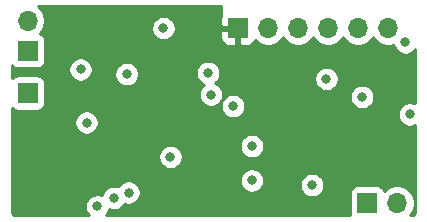
<source format=gbr>
G04 #@! TF.GenerationSoftware,KiCad,Pcbnew,(5.1.5)-3*
G04 #@! TF.CreationDate,2020-07-02T11:34:45+10:00*
G04 #@! TF.ProjectId,Heterodyne,48657465-726f-4647-996e-652e6b696361,rev?*
G04 #@! TF.SameCoordinates,Original*
G04 #@! TF.FileFunction,Copper,L3,Inr*
G04 #@! TF.FilePolarity,Positive*
%FSLAX46Y46*%
G04 Gerber Fmt 4.6, Leading zero omitted, Abs format (unit mm)*
G04 Created by KiCad (PCBNEW (5.1.5)-3) date 2020-07-02 11:34:45*
%MOMM*%
%LPD*%
G04 APERTURE LIST*
%ADD10O,1.700000X1.700000*%
%ADD11R,1.700000X1.700000*%
%ADD12C,0.800000*%
%ADD13C,0.254000*%
G04 APERTURE END LIST*
D10*
X136020000Y-49500000D03*
X133480000Y-49500000D03*
X130940000Y-49500000D03*
X128400000Y-49500000D03*
X125860000Y-49500000D03*
D11*
X123320000Y-49500000D03*
X105500000Y-55000000D03*
X105500000Y-51400000D03*
D10*
X105500000Y-48860000D03*
X136800000Y-64300000D03*
D11*
X134260000Y-64300000D03*
D12*
X110000000Y-53000000D03*
X110500000Y-57500000D03*
X137875000Y-56800000D03*
X133823897Y-55323897D03*
X130800000Y-53800000D03*
X124500000Y-59500000D03*
X117600000Y-60400000D03*
X129600000Y-62800000D03*
X120800000Y-53299996D03*
X113900000Y-53400000D03*
X122500000Y-64500000D03*
X117600000Y-64900000D03*
X128400000Y-60550000D03*
X115700000Y-49500000D03*
X137500000Y-50700000D03*
X124500000Y-62400000D03*
X114055553Y-63419447D03*
X112800000Y-63874990D03*
X122900000Y-56100000D03*
X121032641Y-55132641D03*
X111400000Y-64600000D03*
X117000000Y-49500000D03*
D13*
G36*
X121873000Y-48430538D02*
G01*
X121844188Y-48525518D01*
X121831928Y-48650000D01*
X121835000Y-49214250D01*
X121993750Y-49373000D01*
X123193000Y-49373000D01*
X123193000Y-49353000D01*
X123447000Y-49353000D01*
X123447000Y-49373000D01*
X123467000Y-49373000D01*
X123467000Y-49627000D01*
X123447000Y-49627000D01*
X123447000Y-50826250D01*
X123605750Y-50985000D01*
X124170000Y-50988072D01*
X124294482Y-50975812D01*
X124414180Y-50939502D01*
X124524494Y-50880537D01*
X124621185Y-50801185D01*
X124700537Y-50704494D01*
X124759502Y-50594180D01*
X124781513Y-50521620D01*
X124913368Y-50653475D01*
X125156589Y-50815990D01*
X125426842Y-50927932D01*
X125713740Y-50985000D01*
X126006260Y-50985000D01*
X126293158Y-50927932D01*
X126563411Y-50815990D01*
X126806632Y-50653475D01*
X127013475Y-50446632D01*
X127130000Y-50272240D01*
X127246525Y-50446632D01*
X127453368Y-50653475D01*
X127696589Y-50815990D01*
X127966842Y-50927932D01*
X128253740Y-50985000D01*
X128546260Y-50985000D01*
X128833158Y-50927932D01*
X129103411Y-50815990D01*
X129346632Y-50653475D01*
X129553475Y-50446632D01*
X129670000Y-50272240D01*
X129786525Y-50446632D01*
X129993368Y-50653475D01*
X130236589Y-50815990D01*
X130506842Y-50927932D01*
X130793740Y-50985000D01*
X131086260Y-50985000D01*
X131373158Y-50927932D01*
X131643411Y-50815990D01*
X131886632Y-50653475D01*
X132093475Y-50446632D01*
X132210000Y-50272240D01*
X132326525Y-50446632D01*
X132533368Y-50653475D01*
X132776589Y-50815990D01*
X133046842Y-50927932D01*
X133333740Y-50985000D01*
X133626260Y-50985000D01*
X133913158Y-50927932D01*
X134183411Y-50815990D01*
X134426632Y-50653475D01*
X134633475Y-50446632D01*
X134750000Y-50272240D01*
X134866525Y-50446632D01*
X135073368Y-50653475D01*
X135316589Y-50815990D01*
X135586842Y-50927932D01*
X135873740Y-50985000D01*
X136166260Y-50985000D01*
X136453158Y-50927932D01*
X136487252Y-50913810D01*
X136504774Y-51001898D01*
X136582795Y-51190256D01*
X136696063Y-51359774D01*
X136840226Y-51503937D01*
X137009744Y-51617205D01*
X137198102Y-51695226D01*
X137398061Y-51735000D01*
X137601939Y-51735000D01*
X137801898Y-51695226D01*
X137990256Y-51617205D01*
X138159774Y-51503937D01*
X138303937Y-51359774D01*
X138340001Y-51305801D01*
X138340001Y-55872334D01*
X138176898Y-55804774D01*
X137976939Y-55765000D01*
X137773061Y-55765000D01*
X137573102Y-55804774D01*
X137384744Y-55882795D01*
X137215226Y-55996063D01*
X137071063Y-56140226D01*
X136957795Y-56309744D01*
X136879774Y-56498102D01*
X136840000Y-56698061D01*
X136840000Y-56901939D01*
X136879774Y-57101898D01*
X136957795Y-57290256D01*
X137071063Y-57459774D01*
X137215226Y-57603937D01*
X137384744Y-57717205D01*
X137573102Y-57795226D01*
X137773061Y-57835000D01*
X137976939Y-57835000D01*
X138176898Y-57795226D01*
X138340000Y-57727666D01*
X138340000Y-64967721D01*
X138330420Y-65065424D01*
X138311420Y-65128357D01*
X138280554Y-65186406D01*
X138239011Y-65237343D01*
X138188356Y-65279248D01*
X138130529Y-65310515D01*
X138067728Y-65329956D01*
X137972165Y-65340000D01*
X137860107Y-65340000D01*
X137953475Y-65246632D01*
X138115990Y-65003411D01*
X138227932Y-64733158D01*
X138285000Y-64446260D01*
X138285000Y-64153740D01*
X138227932Y-63866842D01*
X138115990Y-63596589D01*
X137953475Y-63353368D01*
X137746632Y-63146525D01*
X137503411Y-62984010D01*
X137233158Y-62872068D01*
X136946260Y-62815000D01*
X136653740Y-62815000D01*
X136366842Y-62872068D01*
X136096589Y-62984010D01*
X135853368Y-63146525D01*
X135721513Y-63278380D01*
X135699502Y-63205820D01*
X135640537Y-63095506D01*
X135561185Y-62998815D01*
X135464494Y-62919463D01*
X135354180Y-62860498D01*
X135234482Y-62824188D01*
X135110000Y-62811928D01*
X133410000Y-62811928D01*
X133285518Y-62824188D01*
X133165820Y-62860498D01*
X133055506Y-62919463D01*
X132958815Y-62998815D01*
X132879463Y-63095506D01*
X132820498Y-63205820D01*
X132784188Y-63325518D01*
X132771928Y-63450000D01*
X132771928Y-65150000D01*
X132784188Y-65274482D01*
X132804063Y-65340000D01*
X112123711Y-65340000D01*
X112203937Y-65259774D01*
X112317205Y-65090256D01*
X112395226Y-64901898D01*
X112408879Y-64833258D01*
X112498102Y-64870216D01*
X112698061Y-64909990D01*
X112901939Y-64909990D01*
X113101898Y-64870216D01*
X113290256Y-64792195D01*
X113459774Y-64678927D01*
X113603937Y-64534764D01*
X113699240Y-64392133D01*
X113753655Y-64414673D01*
X113953614Y-64454447D01*
X114157492Y-64454447D01*
X114357451Y-64414673D01*
X114545809Y-64336652D01*
X114715327Y-64223384D01*
X114859490Y-64079221D01*
X114972758Y-63909703D01*
X115050779Y-63721345D01*
X115090553Y-63521386D01*
X115090553Y-63317508D01*
X115050779Y-63117549D01*
X114972758Y-62929191D01*
X114859490Y-62759673D01*
X114715327Y-62615510D01*
X114545809Y-62502242D01*
X114357451Y-62424221D01*
X114157492Y-62384447D01*
X113953614Y-62384447D01*
X113753655Y-62424221D01*
X113565297Y-62502242D01*
X113395779Y-62615510D01*
X113251616Y-62759673D01*
X113156313Y-62902304D01*
X113101898Y-62879764D01*
X112901939Y-62839990D01*
X112698061Y-62839990D01*
X112498102Y-62879764D01*
X112309744Y-62957785D01*
X112140226Y-63071053D01*
X111996063Y-63215216D01*
X111882795Y-63384734D01*
X111804774Y-63573092D01*
X111791121Y-63641732D01*
X111701898Y-63604774D01*
X111501939Y-63565000D01*
X111298061Y-63565000D01*
X111098102Y-63604774D01*
X110909744Y-63682795D01*
X110740226Y-63796063D01*
X110596063Y-63940226D01*
X110482795Y-64109744D01*
X110404774Y-64298102D01*
X110365000Y-64498061D01*
X110365000Y-64701939D01*
X110404774Y-64901898D01*
X110482795Y-65090256D01*
X110596063Y-65259774D01*
X110676289Y-65340000D01*
X104532279Y-65340000D01*
X104434576Y-65330420D01*
X104371643Y-65311420D01*
X104313594Y-65280554D01*
X104262657Y-65239011D01*
X104220752Y-65188356D01*
X104189485Y-65130529D01*
X104170044Y-65067728D01*
X104160000Y-64972165D01*
X104160000Y-62298061D01*
X123465000Y-62298061D01*
X123465000Y-62501939D01*
X123504774Y-62701898D01*
X123582795Y-62890256D01*
X123696063Y-63059774D01*
X123840226Y-63203937D01*
X124009744Y-63317205D01*
X124198102Y-63395226D01*
X124398061Y-63435000D01*
X124601939Y-63435000D01*
X124801898Y-63395226D01*
X124990256Y-63317205D01*
X125159774Y-63203937D01*
X125303937Y-63059774D01*
X125417205Y-62890256D01*
X125495226Y-62701898D01*
X125495989Y-62698061D01*
X128565000Y-62698061D01*
X128565000Y-62901939D01*
X128604774Y-63101898D01*
X128682795Y-63290256D01*
X128796063Y-63459774D01*
X128940226Y-63603937D01*
X129109744Y-63717205D01*
X129298102Y-63795226D01*
X129498061Y-63835000D01*
X129701939Y-63835000D01*
X129901898Y-63795226D01*
X130090256Y-63717205D01*
X130259774Y-63603937D01*
X130403937Y-63459774D01*
X130517205Y-63290256D01*
X130595226Y-63101898D01*
X130635000Y-62901939D01*
X130635000Y-62698061D01*
X130595226Y-62498102D01*
X130517205Y-62309744D01*
X130403937Y-62140226D01*
X130259774Y-61996063D01*
X130090256Y-61882795D01*
X129901898Y-61804774D01*
X129701939Y-61765000D01*
X129498061Y-61765000D01*
X129298102Y-61804774D01*
X129109744Y-61882795D01*
X128940226Y-61996063D01*
X128796063Y-62140226D01*
X128682795Y-62309744D01*
X128604774Y-62498102D01*
X128565000Y-62698061D01*
X125495989Y-62698061D01*
X125535000Y-62501939D01*
X125535000Y-62298061D01*
X125495226Y-62098102D01*
X125417205Y-61909744D01*
X125303937Y-61740226D01*
X125159774Y-61596063D01*
X124990256Y-61482795D01*
X124801898Y-61404774D01*
X124601939Y-61365000D01*
X124398061Y-61365000D01*
X124198102Y-61404774D01*
X124009744Y-61482795D01*
X123840226Y-61596063D01*
X123696063Y-61740226D01*
X123582795Y-61909744D01*
X123504774Y-62098102D01*
X123465000Y-62298061D01*
X104160000Y-62298061D01*
X104160000Y-60298061D01*
X116565000Y-60298061D01*
X116565000Y-60501939D01*
X116604774Y-60701898D01*
X116682795Y-60890256D01*
X116796063Y-61059774D01*
X116940226Y-61203937D01*
X117109744Y-61317205D01*
X117298102Y-61395226D01*
X117498061Y-61435000D01*
X117701939Y-61435000D01*
X117901898Y-61395226D01*
X118090256Y-61317205D01*
X118259774Y-61203937D01*
X118403937Y-61059774D01*
X118517205Y-60890256D01*
X118595226Y-60701898D01*
X118635000Y-60501939D01*
X118635000Y-60298061D01*
X118595226Y-60098102D01*
X118517205Y-59909744D01*
X118403937Y-59740226D01*
X118259774Y-59596063D01*
X118090256Y-59482795D01*
X117901898Y-59404774D01*
X117868150Y-59398061D01*
X123465000Y-59398061D01*
X123465000Y-59601939D01*
X123504774Y-59801898D01*
X123582795Y-59990256D01*
X123696063Y-60159774D01*
X123840226Y-60303937D01*
X124009744Y-60417205D01*
X124198102Y-60495226D01*
X124398061Y-60535000D01*
X124601939Y-60535000D01*
X124801898Y-60495226D01*
X124990256Y-60417205D01*
X125159774Y-60303937D01*
X125303937Y-60159774D01*
X125417205Y-59990256D01*
X125495226Y-59801898D01*
X125535000Y-59601939D01*
X125535000Y-59398061D01*
X125495226Y-59198102D01*
X125417205Y-59009744D01*
X125303937Y-58840226D01*
X125159774Y-58696063D01*
X124990256Y-58582795D01*
X124801898Y-58504774D01*
X124601939Y-58465000D01*
X124398061Y-58465000D01*
X124198102Y-58504774D01*
X124009744Y-58582795D01*
X123840226Y-58696063D01*
X123696063Y-58840226D01*
X123582795Y-59009744D01*
X123504774Y-59198102D01*
X123465000Y-59398061D01*
X117868150Y-59398061D01*
X117701939Y-59365000D01*
X117498061Y-59365000D01*
X117298102Y-59404774D01*
X117109744Y-59482795D01*
X116940226Y-59596063D01*
X116796063Y-59740226D01*
X116682795Y-59909744D01*
X116604774Y-60098102D01*
X116565000Y-60298061D01*
X104160000Y-60298061D01*
X104160000Y-57398061D01*
X109465000Y-57398061D01*
X109465000Y-57601939D01*
X109504774Y-57801898D01*
X109582795Y-57990256D01*
X109696063Y-58159774D01*
X109840226Y-58303937D01*
X110009744Y-58417205D01*
X110198102Y-58495226D01*
X110398061Y-58535000D01*
X110601939Y-58535000D01*
X110801898Y-58495226D01*
X110990256Y-58417205D01*
X111159774Y-58303937D01*
X111303937Y-58159774D01*
X111417205Y-57990256D01*
X111495226Y-57801898D01*
X111535000Y-57601939D01*
X111535000Y-57398061D01*
X111495226Y-57198102D01*
X111417205Y-57009744D01*
X111303937Y-56840226D01*
X111159774Y-56696063D01*
X110990256Y-56582795D01*
X110801898Y-56504774D01*
X110601939Y-56465000D01*
X110398061Y-56465000D01*
X110198102Y-56504774D01*
X110009744Y-56582795D01*
X109840226Y-56696063D01*
X109696063Y-56840226D01*
X109582795Y-57009744D01*
X109504774Y-57198102D01*
X109465000Y-57398061D01*
X104160000Y-57398061D01*
X104160000Y-56253889D01*
X104198815Y-56301185D01*
X104295506Y-56380537D01*
X104405820Y-56439502D01*
X104525518Y-56475812D01*
X104650000Y-56488072D01*
X106350000Y-56488072D01*
X106474482Y-56475812D01*
X106594180Y-56439502D01*
X106704494Y-56380537D01*
X106801185Y-56301185D01*
X106880537Y-56204494D01*
X106939502Y-56094180D01*
X106975812Y-55974482D01*
X106988072Y-55850000D01*
X106988072Y-54150000D01*
X106975812Y-54025518D01*
X106939502Y-53905820D01*
X106880537Y-53795506D01*
X106801185Y-53698815D01*
X106704494Y-53619463D01*
X106594180Y-53560498D01*
X106474482Y-53524188D01*
X106350000Y-53511928D01*
X104650000Y-53511928D01*
X104525518Y-53524188D01*
X104405820Y-53560498D01*
X104295506Y-53619463D01*
X104198815Y-53698815D01*
X104160000Y-53746111D01*
X104160000Y-52898061D01*
X108965000Y-52898061D01*
X108965000Y-53101939D01*
X109004774Y-53301898D01*
X109082795Y-53490256D01*
X109196063Y-53659774D01*
X109340226Y-53803937D01*
X109509744Y-53917205D01*
X109698102Y-53995226D01*
X109898061Y-54035000D01*
X110101939Y-54035000D01*
X110301898Y-53995226D01*
X110490256Y-53917205D01*
X110659774Y-53803937D01*
X110803937Y-53659774D01*
X110917205Y-53490256D01*
X110995226Y-53301898D01*
X110995989Y-53298061D01*
X112865000Y-53298061D01*
X112865000Y-53501939D01*
X112904774Y-53701898D01*
X112982795Y-53890256D01*
X113096063Y-54059774D01*
X113240226Y-54203937D01*
X113409744Y-54317205D01*
X113598102Y-54395226D01*
X113798061Y-54435000D01*
X114001939Y-54435000D01*
X114201898Y-54395226D01*
X114390256Y-54317205D01*
X114559774Y-54203937D01*
X114703937Y-54059774D01*
X114817205Y-53890256D01*
X114895226Y-53701898D01*
X114935000Y-53501939D01*
X114935000Y-53298061D01*
X114915109Y-53198057D01*
X119765000Y-53198057D01*
X119765000Y-53401935D01*
X119804774Y-53601894D01*
X119882795Y-53790252D01*
X119996063Y-53959770D01*
X120140226Y-54103933D01*
X120309744Y-54217201D01*
X120451726Y-54276012D01*
X120372867Y-54328704D01*
X120228704Y-54472867D01*
X120115436Y-54642385D01*
X120037415Y-54830743D01*
X119997641Y-55030702D01*
X119997641Y-55234580D01*
X120037415Y-55434539D01*
X120115436Y-55622897D01*
X120228704Y-55792415D01*
X120372867Y-55936578D01*
X120542385Y-56049846D01*
X120730743Y-56127867D01*
X120930702Y-56167641D01*
X121134580Y-56167641D01*
X121334539Y-56127867D01*
X121522897Y-56049846D01*
X121600398Y-55998061D01*
X121865000Y-55998061D01*
X121865000Y-56201939D01*
X121904774Y-56401898D01*
X121982795Y-56590256D01*
X122096063Y-56759774D01*
X122240226Y-56903937D01*
X122409744Y-57017205D01*
X122598102Y-57095226D01*
X122798061Y-57135000D01*
X123001939Y-57135000D01*
X123201898Y-57095226D01*
X123390256Y-57017205D01*
X123559774Y-56903937D01*
X123703937Y-56759774D01*
X123817205Y-56590256D01*
X123895226Y-56401898D01*
X123935000Y-56201939D01*
X123935000Y-55998061D01*
X123895226Y-55798102D01*
X123817205Y-55609744D01*
X123703937Y-55440226D01*
X123559774Y-55296063D01*
X123448868Y-55221958D01*
X132788897Y-55221958D01*
X132788897Y-55425836D01*
X132828671Y-55625795D01*
X132906692Y-55814153D01*
X133019960Y-55983671D01*
X133164123Y-56127834D01*
X133333641Y-56241102D01*
X133521999Y-56319123D01*
X133721958Y-56358897D01*
X133925836Y-56358897D01*
X134125795Y-56319123D01*
X134314153Y-56241102D01*
X134483671Y-56127834D01*
X134627834Y-55983671D01*
X134741102Y-55814153D01*
X134819123Y-55625795D01*
X134858897Y-55425836D01*
X134858897Y-55221958D01*
X134819123Y-55021999D01*
X134741102Y-54833641D01*
X134627834Y-54664123D01*
X134483671Y-54519960D01*
X134314153Y-54406692D01*
X134125795Y-54328671D01*
X133925836Y-54288897D01*
X133721958Y-54288897D01*
X133521999Y-54328671D01*
X133333641Y-54406692D01*
X133164123Y-54519960D01*
X133019960Y-54664123D01*
X132906692Y-54833641D01*
X132828671Y-55021999D01*
X132788897Y-55221958D01*
X123448868Y-55221958D01*
X123390256Y-55182795D01*
X123201898Y-55104774D01*
X123001939Y-55065000D01*
X122798061Y-55065000D01*
X122598102Y-55104774D01*
X122409744Y-55182795D01*
X122240226Y-55296063D01*
X122096063Y-55440226D01*
X121982795Y-55609744D01*
X121904774Y-55798102D01*
X121865000Y-55998061D01*
X121600398Y-55998061D01*
X121692415Y-55936578D01*
X121836578Y-55792415D01*
X121949846Y-55622897D01*
X122027867Y-55434539D01*
X122067641Y-55234580D01*
X122067641Y-55030702D01*
X122027867Y-54830743D01*
X121949846Y-54642385D01*
X121836578Y-54472867D01*
X121692415Y-54328704D01*
X121522897Y-54215436D01*
X121380915Y-54156625D01*
X121459774Y-54103933D01*
X121603937Y-53959770D01*
X121717205Y-53790252D01*
X121755392Y-53698061D01*
X129765000Y-53698061D01*
X129765000Y-53901939D01*
X129804774Y-54101898D01*
X129882795Y-54290256D01*
X129996063Y-54459774D01*
X130140226Y-54603937D01*
X130309744Y-54717205D01*
X130498102Y-54795226D01*
X130698061Y-54835000D01*
X130901939Y-54835000D01*
X131101898Y-54795226D01*
X131290256Y-54717205D01*
X131459774Y-54603937D01*
X131603937Y-54459774D01*
X131717205Y-54290256D01*
X131795226Y-54101898D01*
X131835000Y-53901939D01*
X131835000Y-53698061D01*
X131795226Y-53498102D01*
X131717205Y-53309744D01*
X131603937Y-53140226D01*
X131459774Y-52996063D01*
X131290256Y-52882795D01*
X131101898Y-52804774D01*
X130901939Y-52765000D01*
X130698061Y-52765000D01*
X130498102Y-52804774D01*
X130309744Y-52882795D01*
X130140226Y-52996063D01*
X129996063Y-53140226D01*
X129882795Y-53309744D01*
X129804774Y-53498102D01*
X129765000Y-53698061D01*
X121755392Y-53698061D01*
X121795226Y-53601894D01*
X121835000Y-53401935D01*
X121835000Y-53198057D01*
X121795226Y-52998098D01*
X121717205Y-52809740D01*
X121603937Y-52640222D01*
X121459774Y-52496059D01*
X121290256Y-52382791D01*
X121101898Y-52304770D01*
X120901939Y-52264996D01*
X120698061Y-52264996D01*
X120498102Y-52304770D01*
X120309744Y-52382791D01*
X120140226Y-52496059D01*
X119996063Y-52640222D01*
X119882795Y-52809740D01*
X119804774Y-52998098D01*
X119765000Y-53198057D01*
X114915109Y-53198057D01*
X114895226Y-53098102D01*
X114817205Y-52909744D01*
X114703937Y-52740226D01*
X114559774Y-52596063D01*
X114390256Y-52482795D01*
X114201898Y-52404774D01*
X114001939Y-52365000D01*
X113798061Y-52365000D01*
X113598102Y-52404774D01*
X113409744Y-52482795D01*
X113240226Y-52596063D01*
X113096063Y-52740226D01*
X112982795Y-52909744D01*
X112904774Y-53098102D01*
X112865000Y-53298061D01*
X110995989Y-53298061D01*
X111035000Y-53101939D01*
X111035000Y-52898061D01*
X110995226Y-52698102D01*
X110917205Y-52509744D01*
X110803937Y-52340226D01*
X110659774Y-52196063D01*
X110490256Y-52082795D01*
X110301898Y-52004774D01*
X110101939Y-51965000D01*
X109898061Y-51965000D01*
X109698102Y-52004774D01*
X109509744Y-52082795D01*
X109340226Y-52196063D01*
X109196063Y-52340226D01*
X109082795Y-52509744D01*
X109004774Y-52698102D01*
X108965000Y-52898061D01*
X104160000Y-52898061D01*
X104160000Y-52653889D01*
X104198815Y-52701185D01*
X104295506Y-52780537D01*
X104405820Y-52839502D01*
X104525518Y-52875812D01*
X104650000Y-52888072D01*
X106350000Y-52888072D01*
X106474482Y-52875812D01*
X106594180Y-52839502D01*
X106704494Y-52780537D01*
X106801185Y-52701185D01*
X106880537Y-52604494D01*
X106939502Y-52494180D01*
X106975812Y-52374482D01*
X106988072Y-52250000D01*
X106988072Y-50550000D01*
X106975812Y-50425518D01*
X106939502Y-50305820D01*
X106880537Y-50195506D01*
X106801185Y-50098815D01*
X106704494Y-50019463D01*
X106594180Y-49960498D01*
X106521620Y-49938487D01*
X106653475Y-49806632D01*
X106815990Y-49563411D01*
X106884479Y-49398061D01*
X115965000Y-49398061D01*
X115965000Y-49601939D01*
X116004774Y-49801898D01*
X116082795Y-49990256D01*
X116196063Y-50159774D01*
X116340226Y-50303937D01*
X116509744Y-50417205D01*
X116698102Y-50495226D01*
X116898061Y-50535000D01*
X117101939Y-50535000D01*
X117301898Y-50495226D01*
X117490256Y-50417205D01*
X117590835Y-50350000D01*
X121831928Y-50350000D01*
X121844188Y-50474482D01*
X121880498Y-50594180D01*
X121939463Y-50704494D01*
X122018815Y-50801185D01*
X122115506Y-50880537D01*
X122225820Y-50939502D01*
X122345518Y-50975812D01*
X122470000Y-50988072D01*
X123034250Y-50985000D01*
X123193000Y-50826250D01*
X123193000Y-49627000D01*
X121993750Y-49627000D01*
X121835000Y-49785750D01*
X121831928Y-50350000D01*
X117590835Y-50350000D01*
X117659774Y-50303937D01*
X117803937Y-50159774D01*
X117917205Y-49990256D01*
X117995226Y-49801898D01*
X118035000Y-49601939D01*
X118035000Y-49398061D01*
X117995226Y-49198102D01*
X117917205Y-49009744D01*
X117803937Y-48840226D01*
X117659774Y-48696063D01*
X117490256Y-48582795D01*
X117301898Y-48504774D01*
X117101939Y-48465000D01*
X116898061Y-48465000D01*
X116698102Y-48504774D01*
X116509744Y-48582795D01*
X116340226Y-48696063D01*
X116196063Y-48840226D01*
X116082795Y-49009744D01*
X116004774Y-49198102D01*
X115965000Y-49398061D01*
X106884479Y-49398061D01*
X106927932Y-49293158D01*
X106985000Y-49006260D01*
X106985000Y-48713740D01*
X106927932Y-48426842D01*
X106815990Y-48156589D01*
X106653475Y-47913368D01*
X106446632Y-47706525D01*
X106377002Y-47660000D01*
X121873000Y-47660000D01*
X121873000Y-48430538D01*
G37*
X121873000Y-48430538D02*
X121844188Y-48525518D01*
X121831928Y-48650000D01*
X121835000Y-49214250D01*
X121993750Y-49373000D01*
X123193000Y-49373000D01*
X123193000Y-49353000D01*
X123447000Y-49353000D01*
X123447000Y-49373000D01*
X123467000Y-49373000D01*
X123467000Y-49627000D01*
X123447000Y-49627000D01*
X123447000Y-50826250D01*
X123605750Y-50985000D01*
X124170000Y-50988072D01*
X124294482Y-50975812D01*
X124414180Y-50939502D01*
X124524494Y-50880537D01*
X124621185Y-50801185D01*
X124700537Y-50704494D01*
X124759502Y-50594180D01*
X124781513Y-50521620D01*
X124913368Y-50653475D01*
X125156589Y-50815990D01*
X125426842Y-50927932D01*
X125713740Y-50985000D01*
X126006260Y-50985000D01*
X126293158Y-50927932D01*
X126563411Y-50815990D01*
X126806632Y-50653475D01*
X127013475Y-50446632D01*
X127130000Y-50272240D01*
X127246525Y-50446632D01*
X127453368Y-50653475D01*
X127696589Y-50815990D01*
X127966842Y-50927932D01*
X128253740Y-50985000D01*
X128546260Y-50985000D01*
X128833158Y-50927932D01*
X129103411Y-50815990D01*
X129346632Y-50653475D01*
X129553475Y-50446632D01*
X129670000Y-50272240D01*
X129786525Y-50446632D01*
X129993368Y-50653475D01*
X130236589Y-50815990D01*
X130506842Y-50927932D01*
X130793740Y-50985000D01*
X131086260Y-50985000D01*
X131373158Y-50927932D01*
X131643411Y-50815990D01*
X131886632Y-50653475D01*
X132093475Y-50446632D01*
X132210000Y-50272240D01*
X132326525Y-50446632D01*
X132533368Y-50653475D01*
X132776589Y-50815990D01*
X133046842Y-50927932D01*
X133333740Y-50985000D01*
X133626260Y-50985000D01*
X133913158Y-50927932D01*
X134183411Y-50815990D01*
X134426632Y-50653475D01*
X134633475Y-50446632D01*
X134750000Y-50272240D01*
X134866525Y-50446632D01*
X135073368Y-50653475D01*
X135316589Y-50815990D01*
X135586842Y-50927932D01*
X135873740Y-50985000D01*
X136166260Y-50985000D01*
X136453158Y-50927932D01*
X136487252Y-50913810D01*
X136504774Y-51001898D01*
X136582795Y-51190256D01*
X136696063Y-51359774D01*
X136840226Y-51503937D01*
X137009744Y-51617205D01*
X137198102Y-51695226D01*
X137398061Y-51735000D01*
X137601939Y-51735000D01*
X137801898Y-51695226D01*
X137990256Y-51617205D01*
X138159774Y-51503937D01*
X138303937Y-51359774D01*
X138340001Y-51305801D01*
X138340001Y-55872334D01*
X138176898Y-55804774D01*
X137976939Y-55765000D01*
X137773061Y-55765000D01*
X137573102Y-55804774D01*
X137384744Y-55882795D01*
X137215226Y-55996063D01*
X137071063Y-56140226D01*
X136957795Y-56309744D01*
X136879774Y-56498102D01*
X136840000Y-56698061D01*
X136840000Y-56901939D01*
X136879774Y-57101898D01*
X136957795Y-57290256D01*
X137071063Y-57459774D01*
X137215226Y-57603937D01*
X137384744Y-57717205D01*
X137573102Y-57795226D01*
X137773061Y-57835000D01*
X137976939Y-57835000D01*
X138176898Y-57795226D01*
X138340000Y-57727666D01*
X138340000Y-64967721D01*
X138330420Y-65065424D01*
X138311420Y-65128357D01*
X138280554Y-65186406D01*
X138239011Y-65237343D01*
X138188356Y-65279248D01*
X138130529Y-65310515D01*
X138067728Y-65329956D01*
X137972165Y-65340000D01*
X137860107Y-65340000D01*
X137953475Y-65246632D01*
X138115990Y-65003411D01*
X138227932Y-64733158D01*
X138285000Y-64446260D01*
X138285000Y-64153740D01*
X138227932Y-63866842D01*
X138115990Y-63596589D01*
X137953475Y-63353368D01*
X137746632Y-63146525D01*
X137503411Y-62984010D01*
X137233158Y-62872068D01*
X136946260Y-62815000D01*
X136653740Y-62815000D01*
X136366842Y-62872068D01*
X136096589Y-62984010D01*
X135853368Y-63146525D01*
X135721513Y-63278380D01*
X135699502Y-63205820D01*
X135640537Y-63095506D01*
X135561185Y-62998815D01*
X135464494Y-62919463D01*
X135354180Y-62860498D01*
X135234482Y-62824188D01*
X135110000Y-62811928D01*
X133410000Y-62811928D01*
X133285518Y-62824188D01*
X133165820Y-62860498D01*
X133055506Y-62919463D01*
X132958815Y-62998815D01*
X132879463Y-63095506D01*
X132820498Y-63205820D01*
X132784188Y-63325518D01*
X132771928Y-63450000D01*
X132771928Y-65150000D01*
X132784188Y-65274482D01*
X132804063Y-65340000D01*
X112123711Y-65340000D01*
X112203937Y-65259774D01*
X112317205Y-65090256D01*
X112395226Y-64901898D01*
X112408879Y-64833258D01*
X112498102Y-64870216D01*
X112698061Y-64909990D01*
X112901939Y-64909990D01*
X113101898Y-64870216D01*
X113290256Y-64792195D01*
X113459774Y-64678927D01*
X113603937Y-64534764D01*
X113699240Y-64392133D01*
X113753655Y-64414673D01*
X113953614Y-64454447D01*
X114157492Y-64454447D01*
X114357451Y-64414673D01*
X114545809Y-64336652D01*
X114715327Y-64223384D01*
X114859490Y-64079221D01*
X114972758Y-63909703D01*
X115050779Y-63721345D01*
X115090553Y-63521386D01*
X115090553Y-63317508D01*
X115050779Y-63117549D01*
X114972758Y-62929191D01*
X114859490Y-62759673D01*
X114715327Y-62615510D01*
X114545809Y-62502242D01*
X114357451Y-62424221D01*
X114157492Y-62384447D01*
X113953614Y-62384447D01*
X113753655Y-62424221D01*
X113565297Y-62502242D01*
X113395779Y-62615510D01*
X113251616Y-62759673D01*
X113156313Y-62902304D01*
X113101898Y-62879764D01*
X112901939Y-62839990D01*
X112698061Y-62839990D01*
X112498102Y-62879764D01*
X112309744Y-62957785D01*
X112140226Y-63071053D01*
X111996063Y-63215216D01*
X111882795Y-63384734D01*
X111804774Y-63573092D01*
X111791121Y-63641732D01*
X111701898Y-63604774D01*
X111501939Y-63565000D01*
X111298061Y-63565000D01*
X111098102Y-63604774D01*
X110909744Y-63682795D01*
X110740226Y-63796063D01*
X110596063Y-63940226D01*
X110482795Y-64109744D01*
X110404774Y-64298102D01*
X110365000Y-64498061D01*
X110365000Y-64701939D01*
X110404774Y-64901898D01*
X110482795Y-65090256D01*
X110596063Y-65259774D01*
X110676289Y-65340000D01*
X104532279Y-65340000D01*
X104434576Y-65330420D01*
X104371643Y-65311420D01*
X104313594Y-65280554D01*
X104262657Y-65239011D01*
X104220752Y-65188356D01*
X104189485Y-65130529D01*
X104170044Y-65067728D01*
X104160000Y-64972165D01*
X104160000Y-62298061D01*
X123465000Y-62298061D01*
X123465000Y-62501939D01*
X123504774Y-62701898D01*
X123582795Y-62890256D01*
X123696063Y-63059774D01*
X123840226Y-63203937D01*
X124009744Y-63317205D01*
X124198102Y-63395226D01*
X124398061Y-63435000D01*
X124601939Y-63435000D01*
X124801898Y-63395226D01*
X124990256Y-63317205D01*
X125159774Y-63203937D01*
X125303937Y-63059774D01*
X125417205Y-62890256D01*
X125495226Y-62701898D01*
X125495989Y-62698061D01*
X128565000Y-62698061D01*
X128565000Y-62901939D01*
X128604774Y-63101898D01*
X128682795Y-63290256D01*
X128796063Y-63459774D01*
X128940226Y-63603937D01*
X129109744Y-63717205D01*
X129298102Y-63795226D01*
X129498061Y-63835000D01*
X129701939Y-63835000D01*
X129901898Y-63795226D01*
X130090256Y-63717205D01*
X130259774Y-63603937D01*
X130403937Y-63459774D01*
X130517205Y-63290256D01*
X130595226Y-63101898D01*
X130635000Y-62901939D01*
X130635000Y-62698061D01*
X130595226Y-62498102D01*
X130517205Y-62309744D01*
X130403937Y-62140226D01*
X130259774Y-61996063D01*
X130090256Y-61882795D01*
X129901898Y-61804774D01*
X129701939Y-61765000D01*
X129498061Y-61765000D01*
X129298102Y-61804774D01*
X129109744Y-61882795D01*
X128940226Y-61996063D01*
X128796063Y-62140226D01*
X128682795Y-62309744D01*
X128604774Y-62498102D01*
X128565000Y-62698061D01*
X125495989Y-62698061D01*
X125535000Y-62501939D01*
X125535000Y-62298061D01*
X125495226Y-62098102D01*
X125417205Y-61909744D01*
X125303937Y-61740226D01*
X125159774Y-61596063D01*
X124990256Y-61482795D01*
X124801898Y-61404774D01*
X124601939Y-61365000D01*
X124398061Y-61365000D01*
X124198102Y-61404774D01*
X124009744Y-61482795D01*
X123840226Y-61596063D01*
X123696063Y-61740226D01*
X123582795Y-61909744D01*
X123504774Y-62098102D01*
X123465000Y-62298061D01*
X104160000Y-62298061D01*
X104160000Y-60298061D01*
X116565000Y-60298061D01*
X116565000Y-60501939D01*
X116604774Y-60701898D01*
X116682795Y-60890256D01*
X116796063Y-61059774D01*
X116940226Y-61203937D01*
X117109744Y-61317205D01*
X117298102Y-61395226D01*
X117498061Y-61435000D01*
X117701939Y-61435000D01*
X117901898Y-61395226D01*
X118090256Y-61317205D01*
X118259774Y-61203937D01*
X118403937Y-61059774D01*
X118517205Y-60890256D01*
X118595226Y-60701898D01*
X118635000Y-60501939D01*
X118635000Y-60298061D01*
X118595226Y-60098102D01*
X118517205Y-59909744D01*
X118403937Y-59740226D01*
X118259774Y-59596063D01*
X118090256Y-59482795D01*
X117901898Y-59404774D01*
X117868150Y-59398061D01*
X123465000Y-59398061D01*
X123465000Y-59601939D01*
X123504774Y-59801898D01*
X123582795Y-59990256D01*
X123696063Y-60159774D01*
X123840226Y-60303937D01*
X124009744Y-60417205D01*
X124198102Y-60495226D01*
X124398061Y-60535000D01*
X124601939Y-60535000D01*
X124801898Y-60495226D01*
X124990256Y-60417205D01*
X125159774Y-60303937D01*
X125303937Y-60159774D01*
X125417205Y-59990256D01*
X125495226Y-59801898D01*
X125535000Y-59601939D01*
X125535000Y-59398061D01*
X125495226Y-59198102D01*
X125417205Y-59009744D01*
X125303937Y-58840226D01*
X125159774Y-58696063D01*
X124990256Y-58582795D01*
X124801898Y-58504774D01*
X124601939Y-58465000D01*
X124398061Y-58465000D01*
X124198102Y-58504774D01*
X124009744Y-58582795D01*
X123840226Y-58696063D01*
X123696063Y-58840226D01*
X123582795Y-59009744D01*
X123504774Y-59198102D01*
X123465000Y-59398061D01*
X117868150Y-59398061D01*
X117701939Y-59365000D01*
X117498061Y-59365000D01*
X117298102Y-59404774D01*
X117109744Y-59482795D01*
X116940226Y-59596063D01*
X116796063Y-59740226D01*
X116682795Y-59909744D01*
X116604774Y-60098102D01*
X116565000Y-60298061D01*
X104160000Y-60298061D01*
X104160000Y-57398061D01*
X109465000Y-57398061D01*
X109465000Y-57601939D01*
X109504774Y-57801898D01*
X109582795Y-57990256D01*
X109696063Y-58159774D01*
X109840226Y-58303937D01*
X110009744Y-58417205D01*
X110198102Y-58495226D01*
X110398061Y-58535000D01*
X110601939Y-58535000D01*
X110801898Y-58495226D01*
X110990256Y-58417205D01*
X111159774Y-58303937D01*
X111303937Y-58159774D01*
X111417205Y-57990256D01*
X111495226Y-57801898D01*
X111535000Y-57601939D01*
X111535000Y-57398061D01*
X111495226Y-57198102D01*
X111417205Y-57009744D01*
X111303937Y-56840226D01*
X111159774Y-56696063D01*
X110990256Y-56582795D01*
X110801898Y-56504774D01*
X110601939Y-56465000D01*
X110398061Y-56465000D01*
X110198102Y-56504774D01*
X110009744Y-56582795D01*
X109840226Y-56696063D01*
X109696063Y-56840226D01*
X109582795Y-57009744D01*
X109504774Y-57198102D01*
X109465000Y-57398061D01*
X104160000Y-57398061D01*
X104160000Y-56253889D01*
X104198815Y-56301185D01*
X104295506Y-56380537D01*
X104405820Y-56439502D01*
X104525518Y-56475812D01*
X104650000Y-56488072D01*
X106350000Y-56488072D01*
X106474482Y-56475812D01*
X106594180Y-56439502D01*
X106704494Y-56380537D01*
X106801185Y-56301185D01*
X106880537Y-56204494D01*
X106939502Y-56094180D01*
X106975812Y-55974482D01*
X106988072Y-55850000D01*
X106988072Y-54150000D01*
X106975812Y-54025518D01*
X106939502Y-53905820D01*
X106880537Y-53795506D01*
X106801185Y-53698815D01*
X106704494Y-53619463D01*
X106594180Y-53560498D01*
X106474482Y-53524188D01*
X106350000Y-53511928D01*
X104650000Y-53511928D01*
X104525518Y-53524188D01*
X104405820Y-53560498D01*
X104295506Y-53619463D01*
X104198815Y-53698815D01*
X104160000Y-53746111D01*
X104160000Y-52898061D01*
X108965000Y-52898061D01*
X108965000Y-53101939D01*
X109004774Y-53301898D01*
X109082795Y-53490256D01*
X109196063Y-53659774D01*
X109340226Y-53803937D01*
X109509744Y-53917205D01*
X109698102Y-53995226D01*
X109898061Y-54035000D01*
X110101939Y-54035000D01*
X110301898Y-53995226D01*
X110490256Y-53917205D01*
X110659774Y-53803937D01*
X110803937Y-53659774D01*
X110917205Y-53490256D01*
X110995226Y-53301898D01*
X110995989Y-53298061D01*
X112865000Y-53298061D01*
X112865000Y-53501939D01*
X112904774Y-53701898D01*
X112982795Y-53890256D01*
X113096063Y-54059774D01*
X113240226Y-54203937D01*
X113409744Y-54317205D01*
X113598102Y-54395226D01*
X113798061Y-54435000D01*
X114001939Y-54435000D01*
X114201898Y-54395226D01*
X114390256Y-54317205D01*
X114559774Y-54203937D01*
X114703937Y-54059774D01*
X114817205Y-53890256D01*
X114895226Y-53701898D01*
X114935000Y-53501939D01*
X114935000Y-53298061D01*
X114915109Y-53198057D01*
X119765000Y-53198057D01*
X119765000Y-53401935D01*
X119804774Y-53601894D01*
X119882795Y-53790252D01*
X119996063Y-53959770D01*
X120140226Y-54103933D01*
X120309744Y-54217201D01*
X120451726Y-54276012D01*
X120372867Y-54328704D01*
X120228704Y-54472867D01*
X120115436Y-54642385D01*
X120037415Y-54830743D01*
X119997641Y-55030702D01*
X119997641Y-55234580D01*
X120037415Y-55434539D01*
X120115436Y-55622897D01*
X120228704Y-55792415D01*
X120372867Y-55936578D01*
X120542385Y-56049846D01*
X120730743Y-56127867D01*
X120930702Y-56167641D01*
X121134580Y-56167641D01*
X121334539Y-56127867D01*
X121522897Y-56049846D01*
X121600398Y-55998061D01*
X121865000Y-55998061D01*
X121865000Y-56201939D01*
X121904774Y-56401898D01*
X121982795Y-56590256D01*
X122096063Y-56759774D01*
X122240226Y-56903937D01*
X122409744Y-57017205D01*
X122598102Y-57095226D01*
X122798061Y-57135000D01*
X123001939Y-57135000D01*
X123201898Y-57095226D01*
X123390256Y-57017205D01*
X123559774Y-56903937D01*
X123703937Y-56759774D01*
X123817205Y-56590256D01*
X123895226Y-56401898D01*
X123935000Y-56201939D01*
X123935000Y-55998061D01*
X123895226Y-55798102D01*
X123817205Y-55609744D01*
X123703937Y-55440226D01*
X123559774Y-55296063D01*
X123448868Y-55221958D01*
X132788897Y-55221958D01*
X132788897Y-55425836D01*
X132828671Y-55625795D01*
X132906692Y-55814153D01*
X133019960Y-55983671D01*
X133164123Y-56127834D01*
X133333641Y-56241102D01*
X133521999Y-56319123D01*
X133721958Y-56358897D01*
X133925836Y-56358897D01*
X134125795Y-56319123D01*
X134314153Y-56241102D01*
X134483671Y-56127834D01*
X134627834Y-55983671D01*
X134741102Y-55814153D01*
X134819123Y-55625795D01*
X134858897Y-55425836D01*
X134858897Y-55221958D01*
X134819123Y-55021999D01*
X134741102Y-54833641D01*
X134627834Y-54664123D01*
X134483671Y-54519960D01*
X134314153Y-54406692D01*
X134125795Y-54328671D01*
X133925836Y-54288897D01*
X133721958Y-54288897D01*
X133521999Y-54328671D01*
X133333641Y-54406692D01*
X133164123Y-54519960D01*
X133019960Y-54664123D01*
X132906692Y-54833641D01*
X132828671Y-55021999D01*
X132788897Y-55221958D01*
X123448868Y-55221958D01*
X123390256Y-55182795D01*
X123201898Y-55104774D01*
X123001939Y-55065000D01*
X122798061Y-55065000D01*
X122598102Y-55104774D01*
X122409744Y-55182795D01*
X122240226Y-55296063D01*
X122096063Y-55440226D01*
X121982795Y-55609744D01*
X121904774Y-55798102D01*
X121865000Y-55998061D01*
X121600398Y-55998061D01*
X121692415Y-55936578D01*
X121836578Y-55792415D01*
X121949846Y-55622897D01*
X122027867Y-55434539D01*
X122067641Y-55234580D01*
X122067641Y-55030702D01*
X122027867Y-54830743D01*
X121949846Y-54642385D01*
X121836578Y-54472867D01*
X121692415Y-54328704D01*
X121522897Y-54215436D01*
X121380915Y-54156625D01*
X121459774Y-54103933D01*
X121603937Y-53959770D01*
X121717205Y-53790252D01*
X121755392Y-53698061D01*
X129765000Y-53698061D01*
X129765000Y-53901939D01*
X129804774Y-54101898D01*
X129882795Y-54290256D01*
X129996063Y-54459774D01*
X130140226Y-54603937D01*
X130309744Y-54717205D01*
X130498102Y-54795226D01*
X130698061Y-54835000D01*
X130901939Y-54835000D01*
X131101898Y-54795226D01*
X131290256Y-54717205D01*
X131459774Y-54603937D01*
X131603937Y-54459774D01*
X131717205Y-54290256D01*
X131795226Y-54101898D01*
X131835000Y-53901939D01*
X131835000Y-53698061D01*
X131795226Y-53498102D01*
X131717205Y-53309744D01*
X131603937Y-53140226D01*
X131459774Y-52996063D01*
X131290256Y-52882795D01*
X131101898Y-52804774D01*
X130901939Y-52765000D01*
X130698061Y-52765000D01*
X130498102Y-52804774D01*
X130309744Y-52882795D01*
X130140226Y-52996063D01*
X129996063Y-53140226D01*
X129882795Y-53309744D01*
X129804774Y-53498102D01*
X129765000Y-53698061D01*
X121755392Y-53698061D01*
X121795226Y-53601894D01*
X121835000Y-53401935D01*
X121835000Y-53198057D01*
X121795226Y-52998098D01*
X121717205Y-52809740D01*
X121603937Y-52640222D01*
X121459774Y-52496059D01*
X121290256Y-52382791D01*
X121101898Y-52304770D01*
X120901939Y-52264996D01*
X120698061Y-52264996D01*
X120498102Y-52304770D01*
X120309744Y-52382791D01*
X120140226Y-52496059D01*
X119996063Y-52640222D01*
X119882795Y-52809740D01*
X119804774Y-52998098D01*
X119765000Y-53198057D01*
X114915109Y-53198057D01*
X114895226Y-53098102D01*
X114817205Y-52909744D01*
X114703937Y-52740226D01*
X114559774Y-52596063D01*
X114390256Y-52482795D01*
X114201898Y-52404774D01*
X114001939Y-52365000D01*
X113798061Y-52365000D01*
X113598102Y-52404774D01*
X113409744Y-52482795D01*
X113240226Y-52596063D01*
X113096063Y-52740226D01*
X112982795Y-52909744D01*
X112904774Y-53098102D01*
X112865000Y-53298061D01*
X110995989Y-53298061D01*
X111035000Y-53101939D01*
X111035000Y-52898061D01*
X110995226Y-52698102D01*
X110917205Y-52509744D01*
X110803937Y-52340226D01*
X110659774Y-52196063D01*
X110490256Y-52082795D01*
X110301898Y-52004774D01*
X110101939Y-51965000D01*
X109898061Y-51965000D01*
X109698102Y-52004774D01*
X109509744Y-52082795D01*
X109340226Y-52196063D01*
X109196063Y-52340226D01*
X109082795Y-52509744D01*
X109004774Y-52698102D01*
X108965000Y-52898061D01*
X104160000Y-52898061D01*
X104160000Y-52653889D01*
X104198815Y-52701185D01*
X104295506Y-52780537D01*
X104405820Y-52839502D01*
X104525518Y-52875812D01*
X104650000Y-52888072D01*
X106350000Y-52888072D01*
X106474482Y-52875812D01*
X106594180Y-52839502D01*
X106704494Y-52780537D01*
X106801185Y-52701185D01*
X106880537Y-52604494D01*
X106939502Y-52494180D01*
X106975812Y-52374482D01*
X106988072Y-52250000D01*
X106988072Y-50550000D01*
X106975812Y-50425518D01*
X106939502Y-50305820D01*
X106880537Y-50195506D01*
X106801185Y-50098815D01*
X106704494Y-50019463D01*
X106594180Y-49960498D01*
X106521620Y-49938487D01*
X106653475Y-49806632D01*
X106815990Y-49563411D01*
X106884479Y-49398061D01*
X115965000Y-49398061D01*
X115965000Y-49601939D01*
X116004774Y-49801898D01*
X116082795Y-49990256D01*
X116196063Y-50159774D01*
X116340226Y-50303937D01*
X116509744Y-50417205D01*
X116698102Y-50495226D01*
X116898061Y-50535000D01*
X117101939Y-50535000D01*
X117301898Y-50495226D01*
X117490256Y-50417205D01*
X117590835Y-50350000D01*
X121831928Y-50350000D01*
X121844188Y-50474482D01*
X121880498Y-50594180D01*
X121939463Y-50704494D01*
X122018815Y-50801185D01*
X122115506Y-50880537D01*
X122225820Y-50939502D01*
X122345518Y-50975812D01*
X122470000Y-50988072D01*
X123034250Y-50985000D01*
X123193000Y-50826250D01*
X123193000Y-49627000D01*
X121993750Y-49627000D01*
X121835000Y-49785750D01*
X121831928Y-50350000D01*
X117590835Y-50350000D01*
X117659774Y-50303937D01*
X117803937Y-50159774D01*
X117917205Y-49990256D01*
X117995226Y-49801898D01*
X118035000Y-49601939D01*
X118035000Y-49398061D01*
X117995226Y-49198102D01*
X117917205Y-49009744D01*
X117803937Y-48840226D01*
X117659774Y-48696063D01*
X117490256Y-48582795D01*
X117301898Y-48504774D01*
X117101939Y-48465000D01*
X116898061Y-48465000D01*
X116698102Y-48504774D01*
X116509744Y-48582795D01*
X116340226Y-48696063D01*
X116196063Y-48840226D01*
X116082795Y-49009744D01*
X116004774Y-49198102D01*
X115965000Y-49398061D01*
X106884479Y-49398061D01*
X106927932Y-49293158D01*
X106985000Y-49006260D01*
X106985000Y-48713740D01*
X106927932Y-48426842D01*
X106815990Y-48156589D01*
X106653475Y-47913368D01*
X106446632Y-47706525D01*
X106377002Y-47660000D01*
X121873000Y-47660000D01*
X121873000Y-48430538D01*
M02*

</source>
